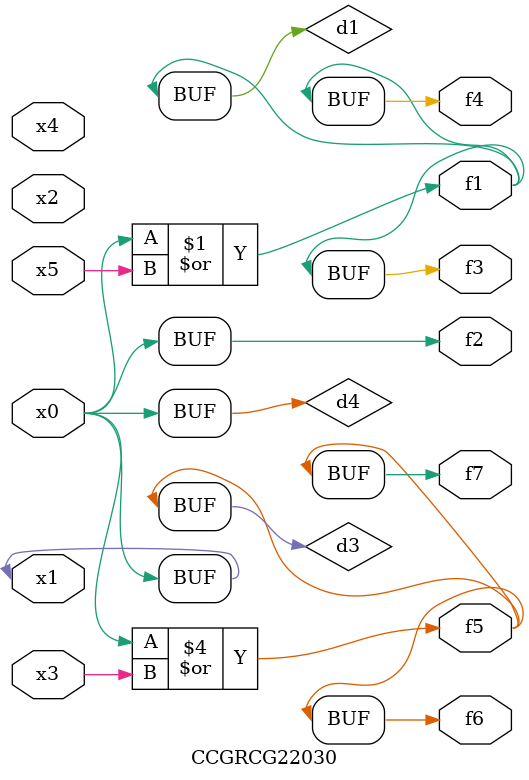
<source format=v>
module CCGRCG22030(
	input x0, x1, x2, x3, x4, x5,
	output f1, f2, f3, f4, f5, f6, f7
);

	wire d1, d2, d3, d4;

	or (d1, x0, x5);
	xnor (d2, x1, x4);
	or (d3, x0, x3);
	buf (d4, x0, x1);
	assign f1 = d1;
	assign f2 = d4;
	assign f3 = d1;
	assign f4 = d1;
	assign f5 = d3;
	assign f6 = d3;
	assign f7 = d3;
endmodule

</source>
